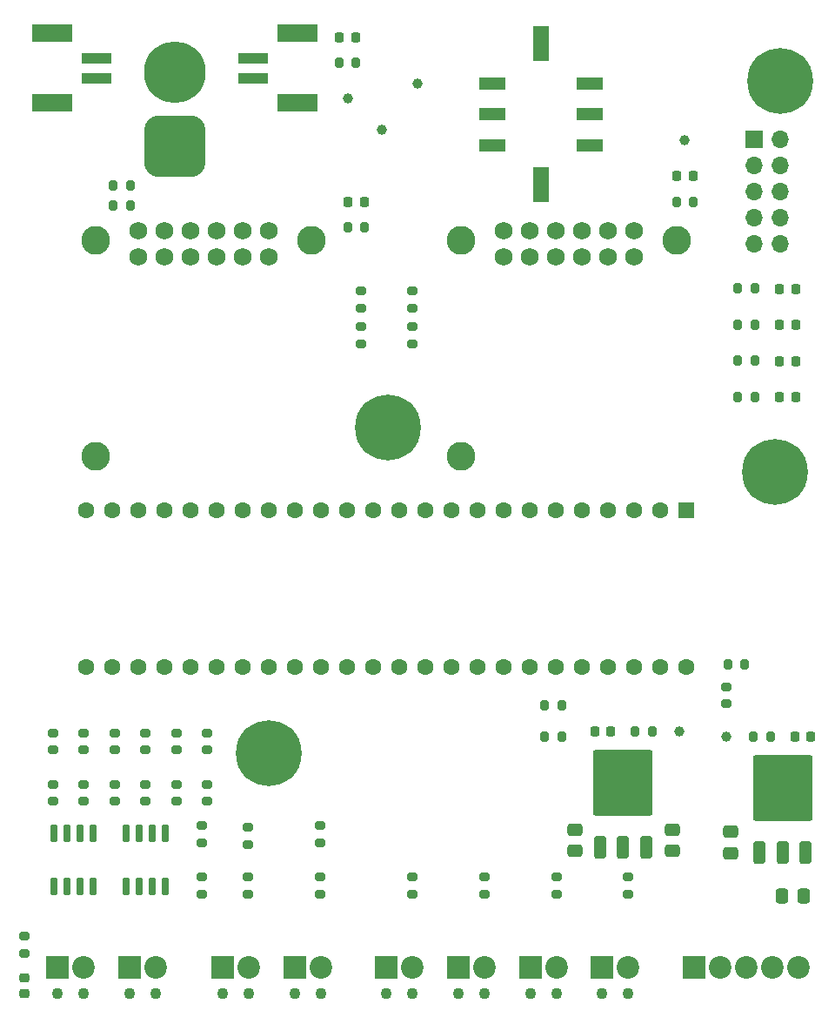
<source format=gts>
%TF.GenerationSoftware,KiCad,Pcbnew,8.0.5*%
%TF.CreationDate,2024-10-05T14:58:48-05:00*%
%TF.ProjectId,DAQ,4441512e-6b69-4636-9164-5f7063625858,rev?*%
%TF.SameCoordinates,Original*%
%TF.FileFunction,Soldermask,Top*%
%TF.FilePolarity,Negative*%
%FSLAX46Y46*%
G04 Gerber Fmt 4.6, Leading zero omitted, Abs format (unit mm)*
G04 Created by KiCad (PCBNEW 8.0.5) date 2024-10-05 14:58:48*
%MOMM*%
%LPD*%
G01*
G04 APERTURE LIST*
G04 Aperture macros list*
%AMRoundRect*
0 Rectangle with rounded corners*
0 $1 Rounding radius*
0 $2 $3 $4 $5 $6 $7 $8 $9 X,Y pos of 4 corners*
0 Add a 4 corners polygon primitive as box body*
4,1,4,$2,$3,$4,$5,$6,$7,$8,$9,$2,$3,0*
0 Add four circle primitives for the rounded corners*
1,1,$1+$1,$2,$3*
1,1,$1+$1,$4,$5*
1,1,$1+$1,$6,$7*
1,1,$1+$1,$8,$9*
0 Add four rect primitives between the rounded corners*
20,1,$1+$1,$2,$3,$4,$5,0*
20,1,$1+$1,$4,$5,$6,$7,0*
20,1,$1+$1,$6,$7,$8,$9,0*
20,1,$1+$1,$8,$9,$2,$3,0*%
G04 Aperture macros list end*
%ADD10RoundRect,0.218750X0.218750X0.256250X-0.218750X0.256250X-0.218750X-0.256250X0.218750X-0.256250X0*%
%ADD11RoundRect,0.200000X0.275000X-0.200000X0.275000X0.200000X-0.275000X0.200000X-0.275000X-0.200000X0*%
%ADD12RoundRect,0.218750X-0.218750X-0.256250X0.218750X-0.256250X0.218750X0.256250X-0.218750X0.256250X0*%
%ADD13RoundRect,0.200000X0.200000X0.275000X-0.200000X0.275000X-0.200000X-0.275000X0.200000X-0.275000X0*%
%ADD14RoundRect,1.500000X1.500000X-1.500000X1.500000X1.500000X-1.500000X1.500000X-1.500000X-1.500000X0*%
%ADD15C,6.000000*%
%ADD16RoundRect,0.200000X-0.275000X0.200000X-0.275000X-0.200000X0.275000X-0.200000X0.275000X0.200000X0*%
%ADD17RoundRect,0.150000X-0.150000X0.725000X-0.150000X-0.725000X0.150000X-0.725000X0.150000X0.725000X0*%
%ADD18R,3.000000X1.000000*%
%ADD19R,4.000000X1.800000*%
%ADD20RoundRect,0.250000X0.350000X-0.850000X0.350000X0.850000X-0.350000X0.850000X-0.350000X-0.850000X0*%
%ADD21RoundRect,0.249997X2.650003X-2.950003X2.650003X2.950003X-2.650003X2.950003X-2.650003X-2.950003X0*%
%ADD22RoundRect,0.250000X0.337500X0.475000X-0.337500X0.475000X-0.337500X-0.475000X0.337500X-0.475000X0*%
%ADD23C,1.000000*%
%ADD24C,2.800000*%
%ADD25C,1.750000*%
%ADD26R,1.700000X1.700000*%
%ADD27O,1.700000X1.700000*%
%ADD28C,0.800000*%
%ADD29C,6.400000*%
%ADD30C,1.100000*%
%ADD31R,2.200000X2.200000*%
%ADD32C,2.200000*%
%ADD33RoundRect,0.218750X0.256250X-0.218750X0.256250X0.218750X-0.256250X0.218750X-0.256250X-0.218750X0*%
%ADD34RoundRect,0.200000X-0.200000X-0.275000X0.200000X-0.275000X0.200000X0.275000X-0.200000X0.275000X0*%
%ADD35RoundRect,0.250000X0.475000X-0.337500X0.475000X0.337500X-0.475000X0.337500X-0.475000X-0.337500X0*%
%ADD36R,1.600000X1.600000*%
%ADD37C,1.600000*%
%ADD38R,2.540000X1.270000*%
%ADD39R,1.650000X3.430000*%
G04 APERTURE END LIST*
D10*
%TO.C,D5*%
X179287500Y-118000000D03*
X177712500Y-118000000D03*
%TD*%
D11*
%TO.C,R19*%
X124500000Y-128500000D03*
X124500000Y-126850000D03*
%TD*%
%TO.C,R12*%
X114500000Y-119325000D03*
X114500000Y-117675000D03*
%TD*%
D12*
%TO.C,D2*%
X158212500Y-117500000D03*
X159787500Y-117500000D03*
%TD*%
D13*
%TO.C,R21*%
X135000000Y-52500000D03*
X133350000Y-52500000D03*
%TD*%
D14*
%TO.C,J11*%
X117344262Y-60600000D03*
D15*
X117344262Y-53400000D03*
%TD*%
D16*
%TO.C,R14*%
X114500000Y-122675000D03*
X114500000Y-124325000D03*
%TD*%
D17*
%TO.C,Q1*%
X109405000Y-127425000D03*
X108135000Y-127425000D03*
X106865000Y-127425000D03*
X105595000Y-127425000D03*
X105595000Y-132575000D03*
X106865000Y-132575000D03*
X108135000Y-132575000D03*
X109405000Y-132575000D03*
%TD*%
D16*
%TO.C,R16*%
X120500000Y-117675000D03*
X120500000Y-119325000D03*
%TD*%
D13*
%TO.C,R24*%
X167825000Y-66000000D03*
X166175000Y-66000000D03*
%TD*%
D16*
%TO.C,R10*%
X111500000Y-117675000D03*
X111500000Y-119325000D03*
%TD*%
D13*
%TO.C,R40*%
X173825000Y-81460000D03*
X172175000Y-81460000D03*
%TD*%
D16*
%TO.C,R4*%
X161500000Y-131675000D03*
X161500000Y-133325000D03*
%TD*%
D13*
%TO.C,R28*%
X113025000Y-64400000D03*
X111375000Y-64400000D03*
%TD*%
D18*
%TO.C,J12*%
X109713525Y-54025000D03*
X109713525Y-52025000D03*
D19*
X105413525Y-56425000D03*
X105413525Y-49625000D03*
%TD*%
D12*
%TO.C,D3*%
X134212500Y-66000000D03*
X135787500Y-66000000D03*
%TD*%
D20*
%TO.C,U4*%
X158720000Y-128800000D03*
X161000000Y-128800000D03*
D21*
X161000000Y-122500000D03*
D20*
X163280000Y-128800000D03*
%TD*%
D16*
%TO.C,R1*%
X140500000Y-131675000D03*
X140500000Y-133325000D03*
%TD*%
D13*
%TO.C,R25*%
X175325000Y-118000000D03*
X173675000Y-118000000D03*
%TD*%
D17*
%TO.C,Q2*%
X116405000Y-127425000D03*
X115135000Y-127425000D03*
X113865000Y-127425000D03*
X112595000Y-127425000D03*
X112595000Y-132575000D03*
X113865000Y-132575000D03*
X115135000Y-132575000D03*
X116405000Y-132575000D03*
%TD*%
D10*
%TO.C,D7*%
X177787500Y-85000000D03*
X176212500Y-85000000D03*
%TD*%
D11*
%TO.C,R17*%
X124500000Y-133325000D03*
X124500000Y-131675000D03*
%TD*%
D22*
%TO.C,C4*%
X178537500Y-133500000D03*
X176462500Y-133500000D03*
%TD*%
D23*
%TO.C,TP19*%
X167000000Y-60000000D03*
%TD*%
D24*
%TO.C,U2*%
X130690000Y-69785000D03*
X109690000Y-90785000D03*
X109690000Y-69785000D03*
D25*
X113840000Y-71395000D03*
X116380000Y-71395000D03*
X118920000Y-71395000D03*
X121460000Y-71395000D03*
X124000000Y-71395000D03*
X126540000Y-71395000D03*
X113840000Y-68855000D03*
X116380000Y-68855000D03*
X118920000Y-68855000D03*
X121460000Y-68855000D03*
X124000000Y-68855000D03*
X126540000Y-68855000D03*
%TD*%
D20*
%TO.C,U5*%
X174220000Y-129300000D03*
X176500000Y-129300000D03*
D21*
X176500000Y-123000000D03*
D20*
X178780000Y-129300000D03*
%TD*%
D16*
%TO.C,R33*%
X140500000Y-78175000D03*
X140500000Y-79825000D03*
%TD*%
D23*
%TO.C,TP18*%
X137500000Y-59000000D03*
%TD*%
D26*
%TO.C,J14*%
X173725000Y-59925000D03*
D27*
X176265000Y-59925000D03*
X173725000Y-62465000D03*
X176265000Y-62465000D03*
X173725000Y-65005000D03*
X176265000Y-65005000D03*
X173725000Y-67545000D03*
X176265000Y-67545000D03*
X173725000Y-70085000D03*
X176265000Y-70085000D03*
%TD*%
D11*
%TO.C,R26*%
X102750000Y-139075000D03*
X102750000Y-137425000D03*
%TD*%
D23*
%TO.C,TP17*%
X166500000Y-117500000D03*
%TD*%
D11*
%TO.C,R18*%
X131500000Y-128325000D03*
X131500000Y-126675000D03*
%TD*%
D12*
%TO.C,D1*%
X133387500Y-50000000D03*
X134962500Y-50000000D03*
%TD*%
D28*
%TO.C,H1*%
X173902944Y-54302944D03*
X174605888Y-52605888D03*
X174605888Y-56000000D03*
X176302944Y-51902944D03*
D29*
X176302944Y-54302944D03*
D28*
X176302944Y-56702944D03*
X178000000Y-52605888D03*
X178000000Y-56000000D03*
X178702944Y-54302944D03*
%TD*%
%TO.C,H2*%
X173402944Y-92302944D03*
X174105888Y-90605888D03*
X174105888Y-94000000D03*
X175802944Y-89902944D03*
D29*
X175802944Y-92302944D03*
D28*
X175802944Y-94702944D03*
X177500000Y-90605888D03*
X177500000Y-94000000D03*
X178202944Y-92302944D03*
%TD*%
%TO.C,H3*%
X135700000Y-88000000D03*
X136402944Y-86302944D03*
X136402944Y-89697056D03*
X138100000Y-85600000D03*
D29*
X138100000Y-88000000D03*
D28*
X138100000Y-90400000D03*
X139797056Y-86302944D03*
X139797056Y-89697056D03*
X140500000Y-88000000D03*
%TD*%
D16*
%TO.C,R7*%
X108500000Y-122675000D03*
X108500000Y-124325000D03*
%TD*%
D30*
%TO.C,J4*%
X158960000Y-143040000D03*
X161500000Y-143040000D03*
D31*
X158960000Y-140500000D03*
D32*
X161500000Y-140500000D03*
%TD*%
D13*
%TO.C,R41*%
X173825000Y-77960000D03*
X172175000Y-77960000D03*
%TD*%
D23*
%TO.C,TP15*%
X141000000Y-54500000D03*
%TD*%
D33*
%TO.C,D6*%
X102750000Y-143037500D03*
X102750000Y-141462500D03*
%TD*%
D11*
%TO.C,R11*%
X117500000Y-119325000D03*
X117500000Y-117675000D03*
%TD*%
D16*
%TO.C,R2*%
X147500000Y-131675000D03*
X147500000Y-133325000D03*
%TD*%
%TO.C,R31*%
X135500000Y-78175000D03*
X135500000Y-79825000D03*
%TD*%
D30*
%TO.C,J8*%
X129000000Y-143040000D03*
X131540000Y-143040000D03*
D31*
X129000000Y-140500000D03*
D32*
X131540000Y-140500000D03*
%TD*%
D23*
%TO.C,TP20*%
X171000000Y-118000000D03*
%TD*%
D13*
%TO.C,R30*%
X155000000Y-118000000D03*
X153350000Y-118000000D03*
%TD*%
D30*
%TO.C,J7*%
X122000000Y-143040000D03*
X124540000Y-143040000D03*
D31*
X122000000Y-140500000D03*
D32*
X124540000Y-140500000D03*
%TD*%
D30*
%TO.C,J9*%
X105960000Y-143040000D03*
X108500000Y-143040000D03*
D31*
X105960000Y-140500000D03*
D32*
X108500000Y-140500000D03*
%TD*%
D10*
%TO.C,D10*%
X177787500Y-74500000D03*
X176212500Y-74500000D03*
%TD*%
D34*
%TO.C,R22*%
X162185000Y-117500000D03*
X163835000Y-117500000D03*
%TD*%
D11*
%TO.C,R5*%
X108500000Y-119325000D03*
X108500000Y-117675000D03*
%TD*%
D16*
%TO.C,R34*%
X140500000Y-74675000D03*
X140500000Y-76325000D03*
%TD*%
D11*
%TO.C,R38*%
X120000000Y-133325000D03*
X120000000Y-131675000D03*
%TD*%
D35*
%TO.C,C1*%
X165780000Y-129137500D03*
X165780000Y-127062500D03*
%TD*%
D11*
%TO.C,R6*%
X105500000Y-119325000D03*
X105500000Y-117675000D03*
%TD*%
D13*
%TO.C,R39*%
X173825000Y-84960000D03*
X172175000Y-84960000D03*
%TD*%
%TO.C,R27*%
X113025000Y-66400000D03*
X111375000Y-66400000D03*
%TD*%
D23*
%TO.C,TP16*%
X134175000Y-56000000D03*
%TD*%
D31*
%TO.C,J5*%
X167920000Y-140500000D03*
D32*
X170460000Y-140500000D03*
X173000000Y-140500000D03*
X175540000Y-140500000D03*
X178080000Y-140500000D03*
%TD*%
D13*
%TO.C,R23*%
X135825000Y-68500000D03*
X134175000Y-68500000D03*
%TD*%
D10*
%TO.C,D8*%
X177787500Y-81500000D03*
X176212500Y-81500000D03*
%TD*%
D28*
%TO.C,H4*%
X124100000Y-119600000D03*
X124802944Y-117902944D03*
X124802944Y-121297056D03*
X126500000Y-117200000D03*
D29*
X126500000Y-119600000D03*
D28*
X126500000Y-122000000D03*
X128197056Y-117902944D03*
X128197056Y-121297056D03*
X128900000Y-119600000D03*
%TD*%
D16*
%TO.C,R8*%
X105500000Y-122675000D03*
X105500000Y-124325000D03*
%TD*%
%TO.C,R9*%
X111500000Y-122675000D03*
X111500000Y-124325000D03*
%TD*%
D30*
%TO.C,J1*%
X137960000Y-143040000D03*
X140500000Y-143040000D03*
D31*
X137960000Y-140500000D03*
D32*
X140500000Y-140500000D03*
%TD*%
D12*
%TO.C,D4*%
X166212500Y-63500000D03*
X167787500Y-63500000D03*
%TD*%
D16*
%TO.C,R32*%
X135500000Y-74675000D03*
X135500000Y-76325000D03*
%TD*%
D30*
%TO.C,J3*%
X151960000Y-143040000D03*
X154500000Y-143040000D03*
D31*
X151960000Y-140500000D03*
D32*
X154500000Y-140500000D03*
%TD*%
D18*
%TO.C,J13*%
X124975000Y-52025000D03*
X124975000Y-54025000D03*
D19*
X129275000Y-49625000D03*
X129275000Y-56425000D03*
%TD*%
D35*
%TO.C,C3*%
X171500000Y-129337500D03*
X171500000Y-127262500D03*
%TD*%
%TO.C,C2*%
X156280000Y-129137500D03*
X156280000Y-127062500D03*
%TD*%
D36*
%TO.C,U1*%
X167100000Y-96000000D03*
D37*
X164560000Y-96000000D03*
X162020000Y-96000000D03*
X159480000Y-96000000D03*
X156940000Y-96000000D03*
X154400000Y-96000000D03*
X151860000Y-96000000D03*
X149320000Y-96000000D03*
X146780000Y-96000000D03*
X144240000Y-96000000D03*
X141700000Y-96000000D03*
X139160000Y-96000000D03*
X136620000Y-96000000D03*
X134080000Y-96000000D03*
X131540000Y-96000000D03*
X129000000Y-96000000D03*
X126460000Y-96000000D03*
X123920000Y-96000000D03*
X121380000Y-96000000D03*
X118840000Y-96000000D03*
X116300000Y-96000000D03*
X113760000Y-96000000D03*
X111220000Y-96000000D03*
X108680000Y-96000000D03*
X108680000Y-111240000D03*
X111220000Y-111240000D03*
X113760000Y-111240000D03*
X116300000Y-111240000D03*
X118840000Y-111240000D03*
X121380000Y-111240000D03*
X123920000Y-111240000D03*
X126460000Y-111240000D03*
X129000000Y-111240000D03*
X131540000Y-111240000D03*
X134080000Y-111240000D03*
X136620000Y-111240000D03*
X139160000Y-111240000D03*
X141700000Y-111240000D03*
X144240000Y-111240000D03*
X146780000Y-111240000D03*
X149320000Y-111240000D03*
X151860000Y-111240000D03*
X154400000Y-111240000D03*
X156940000Y-111240000D03*
X159480000Y-111240000D03*
X162020000Y-111240000D03*
X164560000Y-111240000D03*
X167100000Y-111240000D03*
%TD*%
D30*
%TO.C,J2*%
X144960000Y-143040000D03*
X147500000Y-143040000D03*
D31*
X144960000Y-140500000D03*
D32*
X147500000Y-140500000D03*
%TD*%
D13*
%TO.C,R42*%
X173825000Y-74460000D03*
X172175000Y-74460000D03*
%TD*%
D34*
%TO.C,R29*%
X153350000Y-115000000D03*
X155000000Y-115000000D03*
%TD*%
D11*
%TO.C,R36*%
X171000000Y-114825000D03*
X171000000Y-113175000D03*
%TD*%
D34*
%TO.C,R35*%
X171175000Y-111000000D03*
X172825000Y-111000000D03*
%TD*%
D11*
%TO.C,R20*%
X131500000Y-133325000D03*
X131500000Y-131675000D03*
%TD*%
D10*
%TO.C,D9*%
X177787500Y-78000000D03*
X176212500Y-78000000D03*
%TD*%
D30*
%TO.C,J10*%
X112960000Y-143040000D03*
X115500000Y-143040000D03*
D31*
X112960000Y-140500000D03*
D32*
X115500000Y-140500000D03*
%TD*%
D16*
%TO.C,R15*%
X120500000Y-122675000D03*
X120500000Y-124325000D03*
%TD*%
D24*
%TO.C,U3*%
X166190000Y-69785000D03*
X145190000Y-90785000D03*
X145190000Y-69785000D03*
D25*
X149340000Y-71395000D03*
X151880000Y-71395000D03*
X154420000Y-71395000D03*
X156960000Y-71395000D03*
X159500000Y-71395000D03*
X162040000Y-71395000D03*
X149340000Y-68855000D03*
X151880000Y-68855000D03*
X154420000Y-68855000D03*
X156960000Y-68855000D03*
X159500000Y-68855000D03*
X162040000Y-68855000D03*
%TD*%
D16*
%TO.C,R13*%
X117500000Y-122675000D03*
X117500000Y-124325000D03*
%TD*%
D38*
%TO.C,J6*%
X148300000Y-60500000D03*
X148300000Y-57500000D03*
X148300000Y-54500000D03*
X157700000Y-60500000D03*
X157700000Y-57500000D03*
X157700000Y-54500000D03*
D39*
X153000000Y-64385000D03*
X153000000Y-50615000D03*
%TD*%
D11*
%TO.C,R37*%
X120000000Y-128325000D03*
X120000000Y-126675000D03*
%TD*%
D16*
%TO.C,R3*%
X154500000Y-131675000D03*
X154500000Y-133325000D03*
%TD*%
M02*

</source>
